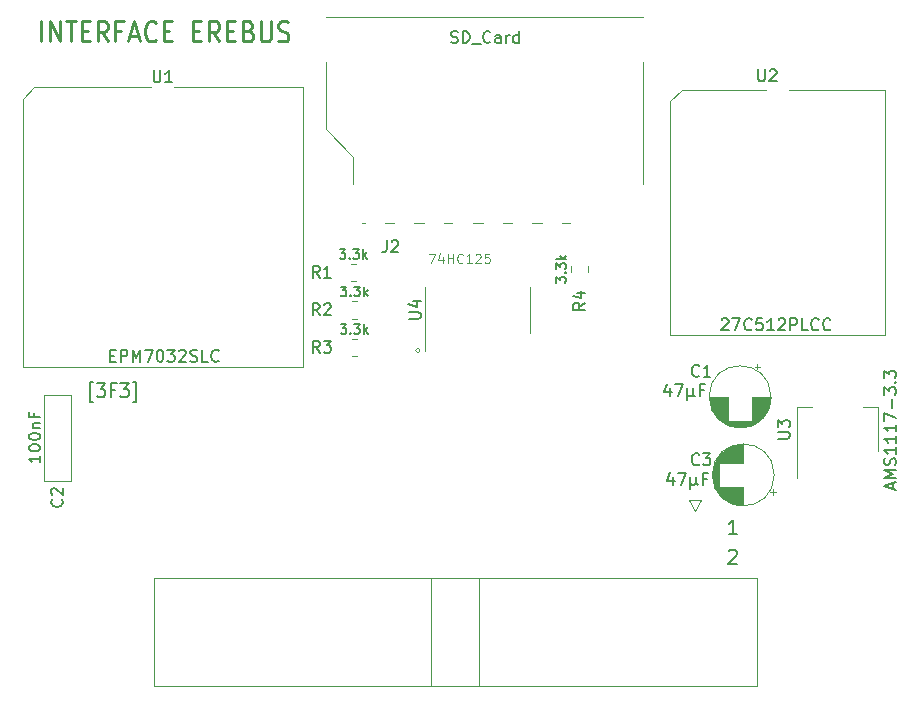
<source format=gto>
%TF.GenerationSoftware,KiCad,Pcbnew,(5.1.12)-1*%
%TF.CreationDate,2024-01-28T09:01:29+01:00*%
%TF.ProjectId,EREBUS,45524542-5553-42e6-9b69-6361645f7063,rev?*%
%TF.SameCoordinates,PX6d01460PY60e4b00*%
%TF.FileFunction,Legend,Top*%
%TF.FilePolarity,Positive*%
%FSLAX46Y46*%
G04 Gerber Fmt 4.6, Leading zero omitted, Abs format (unit mm)*
G04 Created by KiCad (PCBNEW (5.1.12)-1) date 2024-01-28 09:01:29*
%MOMM*%
%LPD*%
G01*
G04 APERTURE LIST*
%ADD10C,0.120000*%
%ADD11C,0.250000*%
%ADD12C,0.150000*%
%ADD13C,0.200000*%
%ADD14C,0.100000*%
G04 APERTURE END LIST*
D10*
X35104605Y20701000D02*
G75*
G03*
X35104605Y20701000I-179605J0D01*
G01*
D11*
X3059642Y46855953D02*
X3059642Y48555953D01*
X3773928Y46855953D02*
X3773928Y48555953D01*
X4631071Y46855953D01*
X4631071Y48555953D01*
X5131071Y48555953D02*
X5988214Y48555953D01*
X5559642Y46855953D02*
X5559642Y48555953D01*
X6488214Y47746429D02*
X6988214Y47746429D01*
X7202500Y46855953D02*
X6488214Y46855953D01*
X6488214Y48555953D01*
X7202500Y48555953D01*
X8702500Y46855953D02*
X8202500Y47665477D01*
X7845357Y46855953D02*
X7845357Y48555953D01*
X8416785Y48555953D01*
X8559642Y48475000D01*
X8631071Y48394048D01*
X8702500Y48232143D01*
X8702500Y47989286D01*
X8631071Y47827381D01*
X8559642Y47746429D01*
X8416785Y47665477D01*
X7845357Y47665477D01*
X9845357Y47746429D02*
X9345357Y47746429D01*
X9345357Y46855953D02*
X9345357Y48555953D01*
X10059642Y48555953D01*
X10559642Y47341667D02*
X11273928Y47341667D01*
X10416785Y46855953D02*
X10916785Y48555953D01*
X11416785Y46855953D01*
X12773928Y47017858D02*
X12702500Y46936905D01*
X12488214Y46855953D01*
X12345357Y46855953D01*
X12131071Y46936905D01*
X11988214Y47098810D01*
X11916785Y47260715D01*
X11845357Y47584524D01*
X11845357Y47827381D01*
X11916785Y48151191D01*
X11988214Y48313096D01*
X12131071Y48475000D01*
X12345357Y48555953D01*
X12488214Y48555953D01*
X12702500Y48475000D01*
X12773928Y48394048D01*
X13416785Y47746429D02*
X13916785Y47746429D01*
X14131071Y46855953D02*
X13416785Y46855953D01*
X13416785Y48555953D01*
X14131071Y48555953D01*
X15916785Y47746429D02*
X16416785Y47746429D01*
X16631071Y46855953D02*
X15916785Y46855953D01*
X15916785Y48555953D01*
X16631071Y48555953D01*
X18131071Y46855953D02*
X17631071Y47665477D01*
X17273928Y46855953D02*
X17273928Y48555953D01*
X17845357Y48555953D01*
X17988214Y48475000D01*
X18059642Y48394048D01*
X18131071Y48232143D01*
X18131071Y47989286D01*
X18059642Y47827381D01*
X17988214Y47746429D01*
X17845357Y47665477D01*
X17273928Y47665477D01*
X18773928Y47746429D02*
X19273928Y47746429D01*
X19488214Y46855953D02*
X18773928Y46855953D01*
X18773928Y48555953D01*
X19488214Y48555953D01*
X20631071Y47746429D02*
X20845357Y47665477D01*
X20916785Y47584524D01*
X20988214Y47422620D01*
X20988214Y47179762D01*
X20916785Y47017858D01*
X20845357Y46936905D01*
X20702500Y46855953D01*
X20131071Y46855953D01*
X20131071Y48555953D01*
X20631071Y48555953D01*
X20773928Y48475000D01*
X20845357Y48394048D01*
X20916785Y48232143D01*
X20916785Y48070239D01*
X20845357Y47908334D01*
X20773928Y47827381D01*
X20631071Y47746429D01*
X20131071Y47746429D01*
X21631071Y48555953D02*
X21631071Y47179762D01*
X21702500Y47017858D01*
X21773928Y46936905D01*
X21916785Y46855953D01*
X22202500Y46855953D01*
X22345357Y46936905D01*
X22416785Y47017858D01*
X22488214Y47179762D01*
X22488214Y48555953D01*
X23131071Y46936905D02*
X23345357Y46855953D01*
X23702500Y46855953D01*
X23845357Y46936905D01*
X23916785Y47017858D01*
X23988214Y47179762D01*
X23988214Y47341667D01*
X23916785Y47503572D01*
X23845357Y47584524D01*
X23702500Y47665477D01*
X23416785Y47746429D01*
X23273928Y47827381D01*
X23202500Y47908334D01*
X23131071Y48070239D01*
X23131071Y48232143D01*
X23202500Y48394048D01*
X23273928Y48475000D01*
X23416785Y48555953D01*
X23773928Y48555953D01*
X23988214Y48475000D01*
D12*
X61252142Y3717858D02*
X61309285Y3775000D01*
X61423571Y3832143D01*
X61709285Y3832143D01*
X61823571Y3775000D01*
X61880714Y3717858D01*
X61937857Y3603572D01*
X61937857Y3489286D01*
X61880714Y3317858D01*
X61195000Y2632143D01*
X61937857Y2632143D01*
X61937857Y5172143D02*
X61252142Y5172143D01*
X61595000Y5172143D02*
X61595000Y6372143D01*
X61480714Y6200715D01*
X61366428Y6086429D01*
X61252142Y6029286D01*
D13*
X7467809Y16329143D02*
X7205904Y16329143D01*
X7205904Y18043429D01*
X7467809Y18043429D01*
X7782095Y17929143D02*
X8463047Y17929143D01*
X8096380Y17472000D01*
X8253523Y17472000D01*
X8358285Y17414858D01*
X8410666Y17357715D01*
X8463047Y17243429D01*
X8463047Y16957715D01*
X8410666Y16843429D01*
X8358285Y16786286D01*
X8253523Y16729143D01*
X7939238Y16729143D01*
X7834476Y16786286D01*
X7782095Y16843429D01*
X9301142Y17357715D02*
X8934476Y17357715D01*
X8934476Y16729143D02*
X8934476Y17929143D01*
X9458285Y17929143D01*
X9772571Y17929143D02*
X10453523Y17929143D01*
X10086857Y17472000D01*
X10244000Y17472000D01*
X10348761Y17414858D01*
X10401142Y17357715D01*
X10453523Y17243429D01*
X10453523Y16957715D01*
X10401142Y16843429D01*
X10348761Y16786286D01*
X10244000Y16729143D01*
X9929714Y16729143D01*
X9824952Y16786286D01*
X9772571Y16843429D01*
X10820190Y16329143D02*
X11082095Y16329143D01*
X11082095Y18043429D01*
X10820190Y18043429D01*
D10*
%TO.C,J2*%
X54010000Y48895000D02*
X27170000Y48895000D01*
X54010000Y34805000D02*
X54010000Y45085000D01*
X27170000Y39405000D02*
X27170000Y45085000D01*
X29470000Y37105000D02*
X27170000Y39405000D01*
X29470000Y34805000D02*
X29470000Y37105000D01*
X47840000Y31485000D02*
X47140000Y31485000D01*
X45440000Y31485000D02*
X44640000Y31485000D01*
X42940000Y31485000D02*
X42140000Y31485000D01*
X30440000Y31485000D02*
X30240000Y31485000D01*
X40440000Y31485000D02*
X39640000Y31485000D01*
X37840000Y31485000D02*
X37140000Y31485000D01*
X35440000Y31485000D02*
X34640000Y31485000D01*
X32940000Y31485000D02*
X32140000Y31485000D01*
%TO.C,U2*%
X74530000Y42785000D02*
X66405000Y42785000D01*
X74530000Y21985000D02*
X74530000Y42785000D01*
X56280000Y21985000D02*
X74530000Y21985000D01*
X56280000Y41785000D02*
X56280000Y21985000D01*
X57280000Y42785000D02*
X56280000Y41785000D01*
X64405000Y42785000D02*
X57280000Y42785000D01*
%TO.C,U1*%
X25185000Y42965000D02*
X14335000Y42965000D01*
X25185000Y19265000D02*
X25185000Y42965000D01*
X1485000Y19265000D02*
X25185000Y19265000D01*
X1485000Y41965000D02*
X1485000Y19265000D01*
X2485000Y42965000D02*
X1485000Y41965000D01*
X12335000Y42965000D02*
X2485000Y42965000D01*
%TO.C,U4*%
X35570000Y24130000D02*
X35570000Y20680000D01*
X35570000Y24130000D02*
X35570000Y26080000D01*
X44440000Y24130000D02*
X44440000Y22180000D01*
X44440000Y24130000D02*
X44440000Y26080000D01*
%TO.C,R4*%
X47906000Y27809564D02*
X47906000Y27355436D01*
X49376000Y27809564D02*
X49376000Y27355436D01*
%TO.C,R3*%
X29795064Y21690000D02*
X29340936Y21690000D01*
X29795064Y20220000D02*
X29340936Y20220000D01*
%TO.C,R2*%
X29795064Y24865000D02*
X29340936Y24865000D01*
X29795064Y23395000D02*
X29340936Y23395000D01*
%TO.C,R1*%
X29715064Y28040000D02*
X29260936Y28040000D01*
X29715064Y26570000D02*
X29260936Y26570000D01*
%TO.C,U3*%
X67075000Y9895000D02*
X67075000Y15905000D01*
X73895000Y12145000D02*
X73895000Y15905000D01*
X67075000Y15905000D02*
X68335000Y15905000D01*
X73895000Y15905000D02*
X72635000Y15905000D01*
%TO.C,C3*%
X65120000Y10160000D02*
G75*
G03*
X65120000Y10160000I-2620000J0D01*
G01*
X62500000Y11200000D02*
X62500000Y12740000D01*
X62500000Y7580000D02*
X62500000Y9120000D01*
X62460000Y11200000D02*
X62460000Y12740000D01*
X62460000Y7580000D02*
X62460000Y9120000D01*
X62420000Y7581000D02*
X62420000Y9120000D01*
X62420000Y11200000D02*
X62420000Y12739000D01*
X62380000Y7582000D02*
X62380000Y9120000D01*
X62380000Y11200000D02*
X62380000Y12738000D01*
X62340000Y7584000D02*
X62340000Y9120000D01*
X62340000Y11200000D02*
X62340000Y12736000D01*
X62300000Y7587000D02*
X62300000Y9120000D01*
X62300000Y11200000D02*
X62300000Y12733000D01*
X62260000Y7591000D02*
X62260000Y9120000D01*
X62260000Y11200000D02*
X62260000Y12729000D01*
X62220000Y7595000D02*
X62220000Y9120000D01*
X62220000Y11200000D02*
X62220000Y12725000D01*
X62180000Y7599000D02*
X62180000Y9120000D01*
X62180000Y11200000D02*
X62180000Y12721000D01*
X62140000Y7604000D02*
X62140000Y9120000D01*
X62140000Y11200000D02*
X62140000Y12716000D01*
X62100000Y7610000D02*
X62100000Y9120000D01*
X62100000Y11200000D02*
X62100000Y12710000D01*
X62060000Y7617000D02*
X62060000Y9120000D01*
X62060000Y11200000D02*
X62060000Y12703000D01*
X62020000Y7624000D02*
X62020000Y9120000D01*
X62020000Y11200000D02*
X62020000Y12696000D01*
X61980000Y7632000D02*
X61980000Y9120000D01*
X61980000Y11200000D02*
X61980000Y12688000D01*
X61940000Y7640000D02*
X61940000Y9120000D01*
X61940000Y11200000D02*
X61940000Y12680000D01*
X61900000Y7649000D02*
X61900000Y9120000D01*
X61900000Y11200000D02*
X61900000Y12671000D01*
X61860000Y7659000D02*
X61860000Y9120000D01*
X61860000Y11200000D02*
X61860000Y12661000D01*
X61820000Y7669000D02*
X61820000Y9120000D01*
X61820000Y11200000D02*
X61820000Y12651000D01*
X61779000Y7680000D02*
X61779000Y9120000D01*
X61779000Y11200000D02*
X61779000Y12640000D01*
X61739000Y7692000D02*
X61739000Y9120000D01*
X61739000Y11200000D02*
X61739000Y12628000D01*
X61699000Y7705000D02*
X61699000Y9120000D01*
X61699000Y11200000D02*
X61699000Y12615000D01*
X61659000Y7718000D02*
X61659000Y9120000D01*
X61659000Y11200000D02*
X61659000Y12602000D01*
X61619000Y7732000D02*
X61619000Y9120000D01*
X61619000Y11200000D02*
X61619000Y12588000D01*
X61579000Y7746000D02*
X61579000Y9120000D01*
X61579000Y11200000D02*
X61579000Y12574000D01*
X61539000Y7762000D02*
X61539000Y9120000D01*
X61539000Y11200000D02*
X61539000Y12558000D01*
X61499000Y7778000D02*
X61499000Y9120000D01*
X61499000Y11200000D02*
X61499000Y12542000D01*
X61459000Y7795000D02*
X61459000Y9120000D01*
X61459000Y11200000D02*
X61459000Y12525000D01*
X61419000Y7812000D02*
X61419000Y9120000D01*
X61419000Y11200000D02*
X61419000Y12508000D01*
X61379000Y7831000D02*
X61379000Y9120000D01*
X61379000Y11200000D02*
X61379000Y12489000D01*
X61339000Y7850000D02*
X61339000Y9120000D01*
X61339000Y11200000D02*
X61339000Y12470000D01*
X61299000Y7870000D02*
X61299000Y9120000D01*
X61299000Y11200000D02*
X61299000Y12450000D01*
X61259000Y7892000D02*
X61259000Y9120000D01*
X61259000Y11200000D02*
X61259000Y12428000D01*
X61219000Y7913000D02*
X61219000Y9120000D01*
X61219000Y11200000D02*
X61219000Y12407000D01*
X61179000Y7936000D02*
X61179000Y9120000D01*
X61179000Y11200000D02*
X61179000Y12384000D01*
X61139000Y7960000D02*
X61139000Y9120000D01*
X61139000Y11200000D02*
X61139000Y12360000D01*
X61099000Y7985000D02*
X61099000Y9120000D01*
X61099000Y11200000D02*
X61099000Y12335000D01*
X61059000Y8011000D02*
X61059000Y9120000D01*
X61059000Y11200000D02*
X61059000Y12309000D01*
X61019000Y8038000D02*
X61019000Y9120000D01*
X61019000Y11200000D02*
X61019000Y12282000D01*
X60979000Y8065000D02*
X60979000Y9120000D01*
X60979000Y11200000D02*
X60979000Y12255000D01*
X60939000Y8095000D02*
X60939000Y9120000D01*
X60939000Y11200000D02*
X60939000Y12225000D01*
X60899000Y8125000D02*
X60899000Y9120000D01*
X60899000Y11200000D02*
X60899000Y12195000D01*
X60859000Y8156000D02*
X60859000Y9120000D01*
X60859000Y11200000D02*
X60859000Y12164000D01*
X60819000Y8189000D02*
X60819000Y9120000D01*
X60819000Y11200000D02*
X60819000Y12131000D01*
X60779000Y8223000D02*
X60779000Y9120000D01*
X60779000Y11200000D02*
X60779000Y12097000D01*
X60739000Y8259000D02*
X60739000Y9120000D01*
X60739000Y11200000D02*
X60739000Y12061000D01*
X60699000Y8296000D02*
X60699000Y9120000D01*
X60699000Y11200000D02*
X60699000Y12024000D01*
X60659000Y8334000D02*
X60659000Y9120000D01*
X60659000Y11200000D02*
X60659000Y11986000D01*
X60619000Y8375000D02*
X60619000Y9120000D01*
X60619000Y11200000D02*
X60619000Y11945000D01*
X60579000Y8417000D02*
X60579000Y9120000D01*
X60579000Y11200000D02*
X60579000Y11903000D01*
X60539000Y8461000D02*
X60539000Y9120000D01*
X60539000Y11200000D02*
X60539000Y11859000D01*
X60499000Y8507000D02*
X60499000Y9120000D01*
X60499000Y11200000D02*
X60499000Y11813000D01*
X60459000Y8555000D02*
X60459000Y11765000D01*
X60419000Y8606000D02*
X60419000Y11714000D01*
X60379000Y8660000D02*
X60379000Y11660000D01*
X60339000Y8717000D02*
X60339000Y11603000D01*
X60299000Y8777000D02*
X60299000Y11543000D01*
X60259000Y8841000D02*
X60259000Y11479000D01*
X60219000Y8909000D02*
X60219000Y11411000D01*
X60179000Y8982000D02*
X60179000Y11338000D01*
X60139000Y9062000D02*
X60139000Y11258000D01*
X60099000Y9149000D02*
X60099000Y11171000D01*
X60059000Y9245000D02*
X60059000Y11075000D01*
X60019000Y9355000D02*
X60019000Y10965000D01*
X59979000Y9483000D02*
X59979000Y10837000D01*
X59939000Y9642000D02*
X59939000Y10678000D01*
X59899000Y9876000D02*
X59899000Y10444000D01*
X65304775Y8685000D02*
X64804775Y8685000D01*
X65054775Y8435000D02*
X65054775Y8935000D01*
%TO.C,J1*%
X57920000Y8065000D02*
X58420000Y7065000D01*
X58920000Y8065000D02*
X57920000Y8065000D01*
X58420000Y7065000D02*
X58920000Y8065000D01*
X12570000Y1445000D02*
X63630000Y1445000D01*
X12570000Y-7675000D02*
X12570000Y1445000D01*
X63630000Y-7675000D02*
X12570000Y-7675000D01*
X63630000Y1445000D02*
X63630000Y-7675000D01*
X36050000Y1445000D02*
X36050000Y-7675000D01*
X40150000Y1445000D02*
X40150000Y-7675000D01*
%TO.C,C2*%
X3325000Y16915000D02*
X5565000Y16915000D01*
X3325000Y9675000D02*
X5565000Y9675000D01*
X5565000Y9675000D02*
X5565000Y16915000D01*
X3325000Y9675000D02*
X3325000Y16915000D01*
%TO.C,C1*%
X64850000Y16780000D02*
G75*
G03*
X64850000Y16780000I-2620000J0D01*
G01*
X61190000Y16780000D02*
X59650000Y16780000D01*
X64810000Y16780000D02*
X63270000Y16780000D01*
X61190000Y16740000D02*
X59650000Y16740000D01*
X64810000Y16740000D02*
X63270000Y16740000D01*
X64809000Y16700000D02*
X63270000Y16700000D01*
X61190000Y16700000D02*
X59651000Y16700000D01*
X64808000Y16660000D02*
X63270000Y16660000D01*
X61190000Y16660000D02*
X59652000Y16660000D01*
X64806000Y16620000D02*
X63270000Y16620000D01*
X61190000Y16620000D02*
X59654000Y16620000D01*
X64803000Y16580000D02*
X63270000Y16580000D01*
X61190000Y16580000D02*
X59657000Y16580000D01*
X64799000Y16540000D02*
X63270000Y16540000D01*
X61190000Y16540000D02*
X59661000Y16540000D01*
X64795000Y16500000D02*
X63270000Y16500000D01*
X61190000Y16500000D02*
X59665000Y16500000D01*
X64791000Y16460000D02*
X63270000Y16460000D01*
X61190000Y16460000D02*
X59669000Y16460000D01*
X64786000Y16420000D02*
X63270000Y16420000D01*
X61190000Y16420000D02*
X59674000Y16420000D01*
X64780000Y16380000D02*
X63270000Y16380000D01*
X61190000Y16380000D02*
X59680000Y16380000D01*
X64773000Y16340000D02*
X63270000Y16340000D01*
X61190000Y16340000D02*
X59687000Y16340000D01*
X64766000Y16300000D02*
X63270000Y16300000D01*
X61190000Y16300000D02*
X59694000Y16300000D01*
X64758000Y16260000D02*
X63270000Y16260000D01*
X61190000Y16260000D02*
X59702000Y16260000D01*
X64750000Y16220000D02*
X63270000Y16220000D01*
X61190000Y16220000D02*
X59710000Y16220000D01*
X64741000Y16180000D02*
X63270000Y16180000D01*
X61190000Y16180000D02*
X59719000Y16180000D01*
X64731000Y16140000D02*
X63270000Y16140000D01*
X61190000Y16140000D02*
X59729000Y16140000D01*
X64721000Y16100000D02*
X63270000Y16100000D01*
X61190000Y16100000D02*
X59739000Y16100000D01*
X64710000Y16059000D02*
X63270000Y16059000D01*
X61190000Y16059000D02*
X59750000Y16059000D01*
X64698000Y16019000D02*
X63270000Y16019000D01*
X61190000Y16019000D02*
X59762000Y16019000D01*
X64685000Y15979000D02*
X63270000Y15979000D01*
X61190000Y15979000D02*
X59775000Y15979000D01*
X64672000Y15939000D02*
X63270000Y15939000D01*
X61190000Y15939000D02*
X59788000Y15939000D01*
X64658000Y15899000D02*
X63270000Y15899000D01*
X61190000Y15899000D02*
X59802000Y15899000D01*
X64644000Y15859000D02*
X63270000Y15859000D01*
X61190000Y15859000D02*
X59816000Y15859000D01*
X64628000Y15819000D02*
X63270000Y15819000D01*
X61190000Y15819000D02*
X59832000Y15819000D01*
X64612000Y15779000D02*
X63270000Y15779000D01*
X61190000Y15779000D02*
X59848000Y15779000D01*
X64595000Y15739000D02*
X63270000Y15739000D01*
X61190000Y15739000D02*
X59865000Y15739000D01*
X64578000Y15699000D02*
X63270000Y15699000D01*
X61190000Y15699000D02*
X59882000Y15699000D01*
X64559000Y15659000D02*
X63270000Y15659000D01*
X61190000Y15659000D02*
X59901000Y15659000D01*
X64540000Y15619000D02*
X63270000Y15619000D01*
X61190000Y15619000D02*
X59920000Y15619000D01*
X64520000Y15579000D02*
X63270000Y15579000D01*
X61190000Y15579000D02*
X59940000Y15579000D01*
X64498000Y15539000D02*
X63270000Y15539000D01*
X61190000Y15539000D02*
X59962000Y15539000D01*
X64477000Y15499000D02*
X63270000Y15499000D01*
X61190000Y15499000D02*
X59983000Y15499000D01*
X64454000Y15459000D02*
X63270000Y15459000D01*
X61190000Y15459000D02*
X60006000Y15459000D01*
X64430000Y15419000D02*
X63270000Y15419000D01*
X61190000Y15419000D02*
X60030000Y15419000D01*
X64405000Y15379000D02*
X63270000Y15379000D01*
X61190000Y15379000D02*
X60055000Y15379000D01*
X64379000Y15339000D02*
X63270000Y15339000D01*
X61190000Y15339000D02*
X60081000Y15339000D01*
X64352000Y15299000D02*
X63270000Y15299000D01*
X61190000Y15299000D02*
X60108000Y15299000D01*
X64325000Y15259000D02*
X63270000Y15259000D01*
X61190000Y15259000D02*
X60135000Y15259000D01*
X64295000Y15219000D02*
X63270000Y15219000D01*
X61190000Y15219000D02*
X60165000Y15219000D01*
X64265000Y15179000D02*
X63270000Y15179000D01*
X61190000Y15179000D02*
X60195000Y15179000D01*
X64234000Y15139000D02*
X63270000Y15139000D01*
X61190000Y15139000D02*
X60226000Y15139000D01*
X64201000Y15099000D02*
X63270000Y15099000D01*
X61190000Y15099000D02*
X60259000Y15099000D01*
X64167000Y15059000D02*
X63270000Y15059000D01*
X61190000Y15059000D02*
X60293000Y15059000D01*
X64131000Y15019000D02*
X63270000Y15019000D01*
X61190000Y15019000D02*
X60329000Y15019000D01*
X64094000Y14979000D02*
X63270000Y14979000D01*
X61190000Y14979000D02*
X60366000Y14979000D01*
X64056000Y14939000D02*
X63270000Y14939000D01*
X61190000Y14939000D02*
X60404000Y14939000D01*
X64015000Y14899000D02*
X63270000Y14899000D01*
X61190000Y14899000D02*
X60445000Y14899000D01*
X63973000Y14859000D02*
X63270000Y14859000D01*
X61190000Y14859000D02*
X60487000Y14859000D01*
X63929000Y14819000D02*
X63270000Y14819000D01*
X61190000Y14819000D02*
X60531000Y14819000D01*
X63883000Y14779000D02*
X63270000Y14779000D01*
X61190000Y14779000D02*
X60577000Y14779000D01*
X63835000Y14739000D02*
X60625000Y14739000D01*
X63784000Y14699000D02*
X60676000Y14699000D01*
X63730000Y14659000D02*
X60730000Y14659000D01*
X63673000Y14619000D02*
X60787000Y14619000D01*
X63613000Y14579000D02*
X60847000Y14579000D01*
X63549000Y14539000D02*
X60911000Y14539000D01*
X63481000Y14499000D02*
X60979000Y14499000D01*
X63408000Y14459000D02*
X61052000Y14459000D01*
X63328000Y14419000D02*
X61132000Y14419000D01*
X63241000Y14379000D02*
X61219000Y14379000D01*
X63145000Y14339000D02*
X61315000Y14339000D01*
X63035000Y14299000D02*
X61425000Y14299000D01*
X62907000Y14259000D02*
X61553000Y14259000D01*
X62748000Y14219000D02*
X61712000Y14219000D01*
X62514000Y14179000D02*
X61946000Y14179000D01*
X63705000Y19584775D02*
X63705000Y19084775D01*
X63955000Y19334775D02*
X63455000Y19334775D01*
%TO.C,J2*%
D12*
X32305666Y30011620D02*
X32305666Y29297334D01*
X32258047Y29154477D01*
X32162809Y29059239D01*
X32019952Y29011620D01*
X31924714Y29011620D01*
X32734238Y29916381D02*
X32781857Y29964000D01*
X32877095Y30011620D01*
X33115190Y30011620D01*
X33210428Y29964000D01*
X33258047Y29916381D01*
X33305666Y29821143D01*
X33305666Y29725905D01*
X33258047Y29583048D01*
X32686619Y29011620D01*
X33305666Y29011620D01*
X37759047Y46775239D02*
X37901904Y46727620D01*
X38140000Y46727620D01*
X38235238Y46775239D01*
X38282857Y46822858D01*
X38330476Y46918096D01*
X38330476Y47013334D01*
X38282857Y47108572D01*
X38235238Y47156191D01*
X38140000Y47203810D01*
X37949523Y47251429D01*
X37854285Y47299048D01*
X37806666Y47346667D01*
X37759047Y47441905D01*
X37759047Y47537143D01*
X37806666Y47632381D01*
X37854285Y47680000D01*
X37949523Y47727620D01*
X38187619Y47727620D01*
X38330476Y47680000D01*
X38759047Y46727620D02*
X38759047Y47727620D01*
X38997142Y47727620D01*
X39140000Y47680000D01*
X39235238Y47584762D01*
X39282857Y47489524D01*
X39330476Y47299048D01*
X39330476Y47156191D01*
X39282857Y46965715D01*
X39235238Y46870477D01*
X39140000Y46775239D01*
X38997142Y46727620D01*
X38759047Y46727620D01*
X39520952Y46632381D02*
X40282857Y46632381D01*
X41092380Y46822858D02*
X41044761Y46775239D01*
X40901904Y46727620D01*
X40806666Y46727620D01*
X40663809Y46775239D01*
X40568571Y46870477D01*
X40520952Y46965715D01*
X40473333Y47156191D01*
X40473333Y47299048D01*
X40520952Y47489524D01*
X40568571Y47584762D01*
X40663809Y47680000D01*
X40806666Y47727620D01*
X40901904Y47727620D01*
X41044761Y47680000D01*
X41092380Y47632381D01*
X41949523Y46727620D02*
X41949523Y47251429D01*
X41901904Y47346667D01*
X41806666Y47394286D01*
X41616190Y47394286D01*
X41520952Y47346667D01*
X41949523Y46775239D02*
X41854285Y46727620D01*
X41616190Y46727620D01*
X41520952Y46775239D01*
X41473333Y46870477D01*
X41473333Y46965715D01*
X41520952Y47060953D01*
X41616190Y47108572D01*
X41854285Y47108572D01*
X41949523Y47156191D01*
X42425714Y46727620D02*
X42425714Y47394286D01*
X42425714Y47203810D02*
X42473333Y47299048D01*
X42520952Y47346667D01*
X42616190Y47394286D01*
X42711428Y47394286D01*
X43473333Y46727620D02*
X43473333Y47727620D01*
X43473333Y46775239D02*
X43378095Y46727620D01*
X43187619Y46727620D01*
X43092380Y46775239D01*
X43044761Y46822858D01*
X42997142Y46918096D01*
X42997142Y47203810D01*
X43044761Y47299048D01*
X43092380Y47346667D01*
X43187619Y47394286D01*
X43378095Y47394286D01*
X43473333Y47346667D01*
%TO.C,U2*%
X63754095Y44489620D02*
X63754095Y43680096D01*
X63801714Y43584858D01*
X63849333Y43537239D01*
X63944571Y43489620D01*
X64135047Y43489620D01*
X64230285Y43537239D01*
X64277904Y43584858D01*
X64325523Y43680096D01*
X64325523Y44489620D01*
X64754095Y44394381D02*
X64801714Y44442000D01*
X64896952Y44489620D01*
X65135047Y44489620D01*
X65230285Y44442000D01*
X65277904Y44394381D01*
X65325523Y44299143D01*
X65325523Y44203905D01*
X65277904Y44061048D01*
X64706476Y43489620D01*
X65325523Y43489620D01*
X60682761Y23312381D02*
X60730380Y23360000D01*
X60825619Y23407620D01*
X61063714Y23407620D01*
X61158952Y23360000D01*
X61206571Y23312381D01*
X61254190Y23217143D01*
X61254190Y23121905D01*
X61206571Y22979048D01*
X60635142Y22407620D01*
X61254190Y22407620D01*
X61587523Y23407620D02*
X62254190Y23407620D01*
X61825619Y22407620D01*
X63206571Y22502858D02*
X63158952Y22455239D01*
X63016095Y22407620D01*
X62920857Y22407620D01*
X62778000Y22455239D01*
X62682761Y22550477D01*
X62635142Y22645715D01*
X62587523Y22836191D01*
X62587523Y22979048D01*
X62635142Y23169524D01*
X62682761Y23264762D01*
X62778000Y23360000D01*
X62920857Y23407620D01*
X63016095Y23407620D01*
X63158952Y23360000D01*
X63206571Y23312381D01*
X64111333Y23407620D02*
X63635142Y23407620D01*
X63587523Y22931429D01*
X63635142Y22979048D01*
X63730380Y23026667D01*
X63968476Y23026667D01*
X64063714Y22979048D01*
X64111333Y22931429D01*
X64158952Y22836191D01*
X64158952Y22598096D01*
X64111333Y22502858D01*
X64063714Y22455239D01*
X63968476Y22407620D01*
X63730380Y22407620D01*
X63635142Y22455239D01*
X63587523Y22502858D01*
X65111333Y22407620D02*
X64539904Y22407620D01*
X64825619Y22407620D02*
X64825619Y23407620D01*
X64730380Y23264762D01*
X64635142Y23169524D01*
X64539904Y23121905D01*
X65492285Y23312381D02*
X65539904Y23360000D01*
X65635142Y23407620D01*
X65873238Y23407620D01*
X65968476Y23360000D01*
X66016095Y23312381D01*
X66063714Y23217143D01*
X66063714Y23121905D01*
X66016095Y22979048D01*
X65444666Y22407620D01*
X66063714Y22407620D01*
X66492285Y22407620D02*
X66492285Y23407620D01*
X66873238Y23407620D01*
X66968476Y23360000D01*
X67016095Y23312381D01*
X67063714Y23217143D01*
X67063714Y23074286D01*
X67016095Y22979048D01*
X66968476Y22931429D01*
X66873238Y22883810D01*
X66492285Y22883810D01*
X67968476Y22407620D02*
X67492285Y22407620D01*
X67492285Y23407620D01*
X68873238Y22502858D02*
X68825619Y22455239D01*
X68682761Y22407620D01*
X68587523Y22407620D01*
X68444666Y22455239D01*
X68349428Y22550477D01*
X68301809Y22645715D01*
X68254190Y22836191D01*
X68254190Y22979048D01*
X68301809Y23169524D01*
X68349428Y23264762D01*
X68444666Y23360000D01*
X68587523Y23407620D01*
X68682761Y23407620D01*
X68825619Y23360000D01*
X68873238Y23312381D01*
X69873238Y22502858D02*
X69825619Y22455239D01*
X69682761Y22407620D01*
X69587523Y22407620D01*
X69444666Y22455239D01*
X69349428Y22550477D01*
X69301809Y22645715D01*
X69254190Y22836191D01*
X69254190Y22979048D01*
X69301809Y23169524D01*
X69349428Y23264762D01*
X69444666Y23360000D01*
X69587523Y23407620D01*
X69682761Y23407620D01*
X69825619Y23360000D01*
X69873238Y23312381D01*
%TO.C,U1*%
X12573095Y44412620D02*
X12573095Y43603096D01*
X12620714Y43507858D01*
X12668333Y43460239D01*
X12763571Y43412620D01*
X12954047Y43412620D01*
X13049285Y43460239D01*
X13096904Y43507858D01*
X13144523Y43603096D01*
X13144523Y44412620D01*
X14144523Y43412620D02*
X13573095Y43412620D01*
X13858809Y43412620D02*
X13858809Y44412620D01*
X13763571Y44269762D01*
X13668333Y44174524D01*
X13573095Y44126905D01*
X8890571Y20264429D02*
X9223904Y20264429D01*
X9366761Y19740620D02*
X8890571Y19740620D01*
X8890571Y20740620D01*
X9366761Y20740620D01*
X9795333Y19740620D02*
X9795333Y20740620D01*
X10176285Y20740620D01*
X10271523Y20693000D01*
X10319142Y20645381D01*
X10366761Y20550143D01*
X10366761Y20407286D01*
X10319142Y20312048D01*
X10271523Y20264429D01*
X10176285Y20216810D01*
X9795333Y20216810D01*
X10795333Y19740620D02*
X10795333Y20740620D01*
X11128666Y20026334D01*
X11462000Y20740620D01*
X11462000Y19740620D01*
X11842952Y20740620D02*
X12509619Y20740620D01*
X12081047Y19740620D01*
X13081047Y20740620D02*
X13176285Y20740620D01*
X13271523Y20693000D01*
X13319142Y20645381D01*
X13366761Y20550143D01*
X13414380Y20359667D01*
X13414380Y20121572D01*
X13366761Y19931096D01*
X13319142Y19835858D01*
X13271523Y19788239D01*
X13176285Y19740620D01*
X13081047Y19740620D01*
X12985809Y19788239D01*
X12938190Y19835858D01*
X12890571Y19931096D01*
X12842952Y20121572D01*
X12842952Y20359667D01*
X12890571Y20550143D01*
X12938190Y20645381D01*
X12985809Y20693000D01*
X13081047Y20740620D01*
X13747714Y20740620D02*
X14366761Y20740620D01*
X14033428Y20359667D01*
X14176285Y20359667D01*
X14271523Y20312048D01*
X14319142Y20264429D01*
X14366761Y20169191D01*
X14366761Y19931096D01*
X14319142Y19835858D01*
X14271523Y19788239D01*
X14176285Y19740620D01*
X13890571Y19740620D01*
X13795333Y19788239D01*
X13747714Y19835858D01*
X14747714Y20645381D02*
X14795333Y20693000D01*
X14890571Y20740620D01*
X15128666Y20740620D01*
X15223904Y20693000D01*
X15271523Y20645381D01*
X15319142Y20550143D01*
X15319142Y20454905D01*
X15271523Y20312048D01*
X14700095Y19740620D01*
X15319142Y19740620D01*
X15700095Y19788239D02*
X15842952Y19740620D01*
X16081047Y19740620D01*
X16176285Y19788239D01*
X16223904Y19835858D01*
X16271523Y19931096D01*
X16271523Y20026334D01*
X16223904Y20121572D01*
X16176285Y20169191D01*
X16081047Y20216810D01*
X15890571Y20264429D01*
X15795333Y20312048D01*
X15747714Y20359667D01*
X15700095Y20454905D01*
X15700095Y20550143D01*
X15747714Y20645381D01*
X15795333Y20693000D01*
X15890571Y20740620D01*
X16128666Y20740620D01*
X16271523Y20693000D01*
X17176285Y19740620D02*
X16700095Y19740620D01*
X16700095Y20740620D01*
X18081047Y19835858D02*
X18033428Y19788239D01*
X17890571Y19740620D01*
X17795333Y19740620D01*
X17652476Y19788239D01*
X17557238Y19883477D01*
X17509619Y19978715D01*
X17462000Y20169191D01*
X17462000Y20312048D01*
X17509619Y20502524D01*
X17557238Y20597762D01*
X17652476Y20693000D01*
X17795333Y20740620D01*
X17890571Y20740620D01*
X18033428Y20693000D01*
X18081047Y20645381D01*
%TO.C,U4*%
X34177380Y23368096D02*
X34986904Y23368096D01*
X35082142Y23415715D01*
X35129761Y23463334D01*
X35177380Y23558572D01*
X35177380Y23749048D01*
X35129761Y23844286D01*
X35082142Y23891905D01*
X34986904Y23939524D01*
X34177380Y23939524D01*
X34510714Y24844286D02*
X35177380Y24844286D01*
X34129761Y24606191D02*
X34844047Y24368096D01*
X34844047Y24987143D01*
D14*
X35871476Y28886096D02*
X36404809Y28886096D01*
X36061952Y28086096D01*
X37052428Y28619429D02*
X37052428Y28086096D01*
X36861952Y28924191D02*
X36671476Y28352762D01*
X37166714Y28352762D01*
X37471476Y28086096D02*
X37471476Y28886096D01*
X37471476Y28505143D02*
X37928619Y28505143D01*
X37928619Y28086096D02*
X37928619Y28886096D01*
X38766714Y28162286D02*
X38728619Y28124191D01*
X38614333Y28086096D01*
X38538142Y28086096D01*
X38423857Y28124191D01*
X38347666Y28200381D01*
X38309571Y28276572D01*
X38271476Y28428953D01*
X38271476Y28543239D01*
X38309571Y28695620D01*
X38347666Y28771810D01*
X38423857Y28848000D01*
X38538142Y28886096D01*
X38614333Y28886096D01*
X38728619Y28848000D01*
X38766714Y28809905D01*
X39528619Y28086096D02*
X39071476Y28086096D01*
X39300047Y28086096D02*
X39300047Y28886096D01*
X39223857Y28771810D01*
X39147666Y28695620D01*
X39071476Y28657524D01*
X39833380Y28809905D02*
X39871476Y28848000D01*
X39947666Y28886096D01*
X40138142Y28886096D01*
X40214333Y28848000D01*
X40252428Y28809905D01*
X40290523Y28733715D01*
X40290523Y28657524D01*
X40252428Y28543239D01*
X39795285Y28086096D01*
X40290523Y28086096D01*
X41014333Y28886096D02*
X40633380Y28886096D01*
X40595285Y28505143D01*
X40633380Y28543239D01*
X40709571Y28581334D01*
X40900047Y28581334D01*
X40976238Y28543239D01*
X41014333Y28505143D01*
X41052428Y28428953D01*
X41052428Y28238477D01*
X41014333Y28162286D01*
X40976238Y28124191D01*
X40900047Y28086096D01*
X40709571Y28086096D01*
X40633380Y28124191D01*
X40595285Y28162286D01*
%TO.C,R4*%
D12*
X49093380Y24725334D02*
X48617190Y24392000D01*
X49093380Y24153905D02*
X48093380Y24153905D01*
X48093380Y24534858D01*
X48141000Y24630096D01*
X48188619Y24677715D01*
X48283857Y24725334D01*
X48426714Y24725334D01*
X48521952Y24677715D01*
X48569571Y24630096D01*
X48617190Y24534858D01*
X48617190Y24153905D01*
X48426714Y25582477D02*
X49093380Y25582477D01*
X48045761Y25344381D02*
X48760047Y25106286D01*
X48760047Y25725334D01*
X46678904Y26420596D02*
X46678904Y26915834D01*
X46983666Y26649167D01*
X46983666Y26763453D01*
X47021761Y26839643D01*
X47059857Y26877739D01*
X47136047Y26915834D01*
X47326523Y26915834D01*
X47402714Y26877739D01*
X47440809Y26839643D01*
X47478904Y26763453D01*
X47478904Y26534881D01*
X47440809Y26458691D01*
X47402714Y26420596D01*
X47402714Y27258691D02*
X47440809Y27296786D01*
X47478904Y27258691D01*
X47440809Y27220596D01*
X47402714Y27258691D01*
X47478904Y27258691D01*
X46678904Y27563453D02*
X46678904Y28058691D01*
X46983666Y27792024D01*
X46983666Y27906310D01*
X47021761Y27982500D01*
X47059857Y28020596D01*
X47136047Y28058691D01*
X47326523Y28058691D01*
X47402714Y28020596D01*
X47440809Y27982500D01*
X47478904Y27906310D01*
X47478904Y27677739D01*
X47440809Y27601548D01*
X47402714Y27563453D01*
X47478904Y28401548D02*
X46678904Y28401548D01*
X47174142Y28477739D02*
X47478904Y28706310D01*
X46945571Y28706310D02*
X47250333Y28401548D01*
%TO.C,R3*%
X26630333Y20502620D02*
X26297000Y20978810D01*
X26058904Y20502620D02*
X26058904Y21502620D01*
X26439857Y21502620D01*
X26535095Y21455000D01*
X26582714Y21407381D01*
X26630333Y21312143D01*
X26630333Y21169286D01*
X26582714Y21074048D01*
X26535095Y21026429D01*
X26439857Y20978810D01*
X26058904Y20978810D01*
X26963666Y21502620D02*
X27582714Y21502620D01*
X27249380Y21121667D01*
X27392238Y21121667D01*
X27487476Y21074048D01*
X27535095Y21026429D01*
X27582714Y20931191D01*
X27582714Y20693096D01*
X27535095Y20597858D01*
X27487476Y20550239D01*
X27392238Y20502620D01*
X27106523Y20502620D01*
X27011285Y20550239D01*
X26963666Y20597858D01*
X28406095Y22917096D02*
X28901333Y22917096D01*
X28634666Y22612334D01*
X28748952Y22612334D01*
X28825142Y22574239D01*
X28863238Y22536143D01*
X28901333Y22459953D01*
X28901333Y22269477D01*
X28863238Y22193286D01*
X28825142Y22155191D01*
X28748952Y22117096D01*
X28520380Y22117096D01*
X28444190Y22155191D01*
X28406095Y22193286D01*
X29244190Y22193286D02*
X29282285Y22155191D01*
X29244190Y22117096D01*
X29206095Y22155191D01*
X29244190Y22193286D01*
X29244190Y22117096D01*
X29548952Y22917096D02*
X30044190Y22917096D01*
X29777523Y22612334D01*
X29891809Y22612334D01*
X29968000Y22574239D01*
X30006095Y22536143D01*
X30044190Y22459953D01*
X30044190Y22269477D01*
X30006095Y22193286D01*
X29968000Y22155191D01*
X29891809Y22117096D01*
X29663238Y22117096D01*
X29587047Y22155191D01*
X29548952Y22193286D01*
X30387047Y22117096D02*
X30387047Y22917096D01*
X30463238Y22421858D02*
X30691809Y22117096D01*
X30691809Y22650429D02*
X30387047Y22345667D01*
%TO.C,R2*%
X26630333Y23677620D02*
X26297000Y24153810D01*
X26058904Y23677620D02*
X26058904Y24677620D01*
X26439857Y24677620D01*
X26535095Y24630000D01*
X26582714Y24582381D01*
X26630333Y24487143D01*
X26630333Y24344286D01*
X26582714Y24249048D01*
X26535095Y24201429D01*
X26439857Y24153810D01*
X26058904Y24153810D01*
X27011285Y24582381D02*
X27058904Y24630000D01*
X27154142Y24677620D01*
X27392238Y24677620D01*
X27487476Y24630000D01*
X27535095Y24582381D01*
X27582714Y24487143D01*
X27582714Y24391905D01*
X27535095Y24249048D01*
X26963666Y23677620D01*
X27582714Y23677620D01*
X28406095Y26092096D02*
X28901333Y26092096D01*
X28634666Y25787334D01*
X28748952Y25787334D01*
X28825142Y25749239D01*
X28863238Y25711143D01*
X28901333Y25634953D01*
X28901333Y25444477D01*
X28863238Y25368286D01*
X28825142Y25330191D01*
X28748952Y25292096D01*
X28520380Y25292096D01*
X28444190Y25330191D01*
X28406095Y25368286D01*
X29244190Y25368286D02*
X29282285Y25330191D01*
X29244190Y25292096D01*
X29206095Y25330191D01*
X29244190Y25368286D01*
X29244190Y25292096D01*
X29548952Y26092096D02*
X30044190Y26092096D01*
X29777523Y25787334D01*
X29891809Y25787334D01*
X29968000Y25749239D01*
X30006095Y25711143D01*
X30044190Y25634953D01*
X30044190Y25444477D01*
X30006095Y25368286D01*
X29968000Y25330191D01*
X29891809Y25292096D01*
X29663238Y25292096D01*
X29587047Y25330191D01*
X29548952Y25368286D01*
X30387047Y25292096D02*
X30387047Y26092096D01*
X30463238Y25596858D02*
X30691809Y25292096D01*
X30691809Y25825429D02*
X30387047Y25520667D01*
%TO.C,R1*%
X26630333Y26852620D02*
X26297000Y27328810D01*
X26058904Y26852620D02*
X26058904Y27852620D01*
X26439857Y27852620D01*
X26535095Y27805000D01*
X26582714Y27757381D01*
X26630333Y27662143D01*
X26630333Y27519286D01*
X26582714Y27424048D01*
X26535095Y27376429D01*
X26439857Y27328810D01*
X26058904Y27328810D01*
X27582714Y26852620D02*
X27011285Y26852620D01*
X27297000Y26852620D02*
X27297000Y27852620D01*
X27201761Y27709762D01*
X27106523Y27614524D01*
X27011285Y27566905D01*
X28326095Y29267096D02*
X28821333Y29267096D01*
X28554666Y28962334D01*
X28668952Y28962334D01*
X28745142Y28924239D01*
X28783238Y28886143D01*
X28821333Y28809953D01*
X28821333Y28619477D01*
X28783238Y28543286D01*
X28745142Y28505191D01*
X28668952Y28467096D01*
X28440380Y28467096D01*
X28364190Y28505191D01*
X28326095Y28543286D01*
X29164190Y28543286D02*
X29202285Y28505191D01*
X29164190Y28467096D01*
X29126095Y28505191D01*
X29164190Y28543286D01*
X29164190Y28467096D01*
X29468952Y29267096D02*
X29964190Y29267096D01*
X29697523Y28962334D01*
X29811809Y28962334D01*
X29888000Y28924239D01*
X29926095Y28886143D01*
X29964190Y28809953D01*
X29964190Y28619477D01*
X29926095Y28543286D01*
X29888000Y28505191D01*
X29811809Y28467096D01*
X29583238Y28467096D01*
X29507047Y28505191D01*
X29468952Y28543286D01*
X30307047Y28467096D02*
X30307047Y29267096D01*
X30383238Y28771858D02*
X30611809Y28467096D01*
X30611809Y29000429D02*
X30307047Y28695667D01*
%TO.C,U3*%
X65437380Y13233096D02*
X66246904Y13233096D01*
X66342142Y13280715D01*
X66389761Y13328334D01*
X66437380Y13423572D01*
X66437380Y13614048D01*
X66389761Y13709286D01*
X66342142Y13756905D01*
X66246904Y13804524D01*
X65437380Y13804524D01*
X65437380Y14185477D02*
X65437380Y14804524D01*
X65818333Y14471191D01*
X65818333Y14614048D01*
X65865952Y14709286D01*
X65913571Y14756905D01*
X66008809Y14804524D01*
X66246904Y14804524D01*
X66342142Y14756905D01*
X66389761Y14709286D01*
X66437380Y14614048D01*
X66437380Y14328334D01*
X66389761Y14233096D01*
X66342142Y14185477D01*
X75151666Y8995000D02*
X75151666Y9471191D01*
X75437380Y8899762D02*
X74437380Y9233096D01*
X75437380Y9566429D01*
X75437380Y9899762D02*
X74437380Y9899762D01*
X75151666Y10233096D01*
X74437380Y10566429D01*
X75437380Y10566429D01*
X75389761Y10995000D02*
X75437380Y11137858D01*
X75437380Y11375953D01*
X75389761Y11471191D01*
X75342142Y11518810D01*
X75246904Y11566429D01*
X75151666Y11566429D01*
X75056428Y11518810D01*
X75008809Y11471191D01*
X74961190Y11375953D01*
X74913571Y11185477D01*
X74865952Y11090239D01*
X74818333Y11042620D01*
X74723095Y10995000D01*
X74627857Y10995000D01*
X74532619Y11042620D01*
X74485000Y11090239D01*
X74437380Y11185477D01*
X74437380Y11423572D01*
X74485000Y11566429D01*
X75437380Y12518810D02*
X75437380Y11947381D01*
X75437380Y12233096D02*
X74437380Y12233096D01*
X74580238Y12137858D01*
X74675476Y12042620D01*
X74723095Y11947381D01*
X75437380Y13471191D02*
X75437380Y12899762D01*
X75437380Y13185477D02*
X74437380Y13185477D01*
X74580238Y13090239D01*
X74675476Y12995000D01*
X74723095Y12899762D01*
X75437380Y14423572D02*
X75437380Y13852143D01*
X75437380Y14137858D02*
X74437380Y14137858D01*
X74580238Y14042620D01*
X74675476Y13947381D01*
X74723095Y13852143D01*
X74437380Y14756905D02*
X74437380Y15423572D01*
X75437380Y14995000D01*
X75056428Y15804524D02*
X75056428Y16566429D01*
X74437380Y16947381D02*
X74437380Y17566429D01*
X74818333Y17233096D01*
X74818333Y17375953D01*
X74865952Y17471191D01*
X74913571Y17518810D01*
X75008809Y17566429D01*
X75246904Y17566429D01*
X75342142Y17518810D01*
X75389761Y17471191D01*
X75437380Y17375953D01*
X75437380Y17090239D01*
X75389761Y16995000D01*
X75342142Y16947381D01*
X75342142Y17995000D02*
X75389761Y18042620D01*
X75437380Y17995000D01*
X75389761Y17947381D01*
X75342142Y17995000D01*
X75437380Y17995000D01*
X74437380Y18375953D02*
X74437380Y18995000D01*
X74818333Y18661667D01*
X74818333Y18804524D01*
X74865952Y18899762D01*
X74913571Y18947381D01*
X75008809Y18995000D01*
X75246904Y18995000D01*
X75342142Y18947381D01*
X75389761Y18899762D01*
X75437380Y18804524D01*
X75437380Y18518810D01*
X75389761Y18423572D01*
X75342142Y18375953D01*
%TO.C,C3*%
X58761333Y11072858D02*
X58713714Y11025239D01*
X58570857Y10977620D01*
X58475619Y10977620D01*
X58332761Y11025239D01*
X58237523Y11120477D01*
X58189904Y11215715D01*
X58142285Y11406191D01*
X58142285Y11549048D01*
X58189904Y11739524D01*
X58237523Y11834762D01*
X58332761Y11930000D01*
X58475619Y11977620D01*
X58570857Y11977620D01*
X58713714Y11930000D01*
X58761333Y11882381D01*
X59094666Y11977620D02*
X59713714Y11977620D01*
X59380380Y11596667D01*
X59523238Y11596667D01*
X59618476Y11549048D01*
X59666095Y11501429D01*
X59713714Y11406191D01*
X59713714Y11168096D01*
X59666095Y11072858D01*
X59618476Y11025239D01*
X59523238Y10977620D01*
X59237523Y10977620D01*
X59142285Y11025239D01*
X59094666Y11072858D01*
X56546904Y9993286D02*
X56546904Y9326620D01*
X56308809Y10374239D02*
X56070714Y9659953D01*
X56689761Y9659953D01*
X56975476Y10326620D02*
X57642142Y10326620D01*
X57213571Y9326620D01*
X58023095Y9993286D02*
X58023095Y8993286D01*
X58499285Y9469477D02*
X58546904Y9374239D01*
X58642142Y9326620D01*
X58023095Y9469477D02*
X58070714Y9374239D01*
X58165952Y9326620D01*
X58356428Y9326620D01*
X58451666Y9374239D01*
X58499285Y9469477D01*
X58499285Y9993286D01*
X59404047Y9850429D02*
X59070714Y9850429D01*
X59070714Y9326620D02*
X59070714Y10326620D01*
X59546904Y10326620D01*
%TO.C,C2*%
X4802142Y8088334D02*
X4849761Y8040715D01*
X4897380Y7897858D01*
X4897380Y7802620D01*
X4849761Y7659762D01*
X4754523Y7564524D01*
X4659285Y7516905D01*
X4468809Y7469286D01*
X4325952Y7469286D01*
X4135476Y7516905D01*
X4040238Y7564524D01*
X3945000Y7659762D01*
X3897380Y7802620D01*
X3897380Y7897858D01*
X3945000Y8040715D01*
X3992619Y8088334D01*
X3992619Y8469286D02*
X3945000Y8516905D01*
X3897380Y8612143D01*
X3897380Y8850239D01*
X3945000Y8945477D01*
X3992619Y8993096D01*
X4087857Y9040715D01*
X4183095Y9040715D01*
X4325952Y8993096D01*
X4897380Y8421667D01*
X4897380Y9040715D01*
X2992380Y11787381D02*
X2992380Y11215953D01*
X2992380Y11501667D02*
X1992380Y11501667D01*
X2135238Y11406429D01*
X2230476Y11311191D01*
X2278095Y11215953D01*
X1992380Y12406429D02*
X1992380Y12501667D01*
X2040000Y12596905D01*
X2087619Y12644524D01*
X2182857Y12692143D01*
X2373333Y12739762D01*
X2611428Y12739762D01*
X2801904Y12692143D01*
X2897142Y12644524D01*
X2944761Y12596905D01*
X2992380Y12501667D01*
X2992380Y12406429D01*
X2944761Y12311191D01*
X2897142Y12263572D01*
X2801904Y12215953D01*
X2611428Y12168334D01*
X2373333Y12168334D01*
X2182857Y12215953D01*
X2087619Y12263572D01*
X2040000Y12311191D01*
X1992380Y12406429D01*
X1992380Y13358810D02*
X1992380Y13454048D01*
X2040000Y13549286D01*
X2087619Y13596905D01*
X2182857Y13644524D01*
X2373333Y13692143D01*
X2611428Y13692143D01*
X2801904Y13644524D01*
X2897142Y13596905D01*
X2944761Y13549286D01*
X2992380Y13454048D01*
X2992380Y13358810D01*
X2944761Y13263572D01*
X2897142Y13215953D01*
X2801904Y13168334D01*
X2611428Y13120715D01*
X2373333Y13120715D01*
X2182857Y13168334D01*
X2087619Y13215953D01*
X2040000Y13263572D01*
X1992380Y13358810D01*
X2325714Y14120715D02*
X2992380Y14120715D01*
X2420952Y14120715D02*
X2373333Y14168334D01*
X2325714Y14263572D01*
X2325714Y14406429D01*
X2373333Y14501667D01*
X2468571Y14549286D01*
X2992380Y14549286D01*
X2468571Y15358810D02*
X2468571Y15025477D01*
X2992380Y15025477D02*
X1992380Y15025477D01*
X1992380Y15501667D01*
%TO.C,C1*%
X58761333Y18565858D02*
X58713714Y18518239D01*
X58570857Y18470620D01*
X58475619Y18470620D01*
X58332761Y18518239D01*
X58237523Y18613477D01*
X58189904Y18708715D01*
X58142285Y18899191D01*
X58142285Y19042048D01*
X58189904Y19232524D01*
X58237523Y19327762D01*
X58332761Y19423000D01*
X58475619Y19470620D01*
X58570857Y19470620D01*
X58713714Y19423000D01*
X58761333Y19375381D01*
X59713714Y18470620D02*
X59142285Y18470620D01*
X59428000Y18470620D02*
X59428000Y19470620D01*
X59332761Y19327762D01*
X59237523Y19232524D01*
X59142285Y19184905D01*
X56292904Y17486286D02*
X56292904Y16819620D01*
X56054809Y17867239D02*
X55816714Y17152953D01*
X56435761Y17152953D01*
X56721476Y17819620D02*
X57388142Y17819620D01*
X56959571Y16819620D01*
X57769095Y17486286D02*
X57769095Y16486286D01*
X58245285Y16962477D02*
X58292904Y16867239D01*
X58388142Y16819620D01*
X57769095Y16962477D02*
X57816714Y16867239D01*
X57911952Y16819620D01*
X58102428Y16819620D01*
X58197666Y16867239D01*
X58245285Y16962477D01*
X58245285Y17486286D01*
X59150047Y17343429D02*
X58816714Y17343429D01*
X58816714Y16819620D02*
X58816714Y17819620D01*
X59292904Y17819620D01*
%TD*%
M02*

</source>
